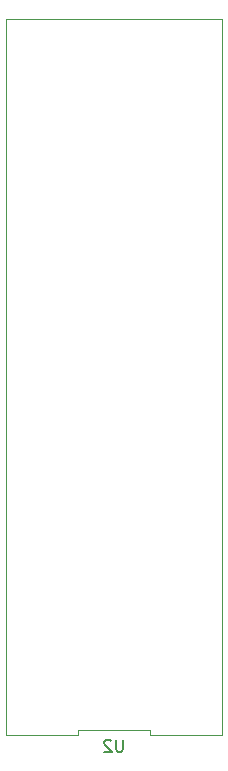
<source format=gbr>
G04 #@! TF.GenerationSoftware,KiCad,Pcbnew,5.99.0-1.20211005git2a932c2.fc35*
G04 #@! TF.CreationDate,2021-10-06T13:33:13+01:00*
G04 #@! TF.ProjectId,A1000,41313030-302e-46b6-9963-61645f706362,rev?*
G04 #@! TF.SameCoordinates,Original*
G04 #@! TF.FileFunction,Legend,Bot*
G04 #@! TF.FilePolarity,Positive*
%FSLAX46Y46*%
G04 Gerber Fmt 4.6, Leading zero omitted, Abs format (unit mm)*
G04 Created by KiCad (PCBNEW 5.99.0-1.20211005git2a932c2.fc35) date 2021-10-06 13:33:13*
%MOMM*%
%LPD*%
G01*
G04 APERTURE LIST*
%ADD10C,0.150000*%
%ADD11C,0.120000*%
G04 APERTURE END LIST*
D10*
G04 #@! TO.C,U2*
X83511904Y-130042380D02*
X83511904Y-130851904D01*
X83464285Y-130947142D01*
X83416666Y-130994761D01*
X83321428Y-131042380D01*
X83130952Y-131042380D01*
X83035714Y-130994761D01*
X82988095Y-130947142D01*
X82940476Y-130851904D01*
X82940476Y-130042380D01*
X82511904Y-130137619D02*
X82464285Y-130090000D01*
X82369047Y-130042380D01*
X82130952Y-130042380D01*
X82035714Y-130090000D01*
X81988095Y-130137619D01*
X81940476Y-130232857D01*
X81940476Y-130328095D01*
X81988095Y-130470952D01*
X82559523Y-131042380D01*
X81940476Y-131042380D01*
D11*
X79710001Y-129590000D02*
X73630001Y-129590000D01*
X85790000Y-129590000D02*
X85790000Y-129230000D01*
X73630000Y-68970000D02*
X91869999Y-68970000D01*
X79710001Y-129230000D02*
X79710001Y-129590000D01*
X91870000Y-129590000D02*
X85790000Y-129590000D01*
X85790000Y-129230000D02*
X79710001Y-129230000D01*
X91869999Y-68970000D02*
X91870000Y-129590000D01*
X73630001Y-129590000D02*
X73630000Y-68970000D01*
G04 #@! TD*
M02*

</source>
